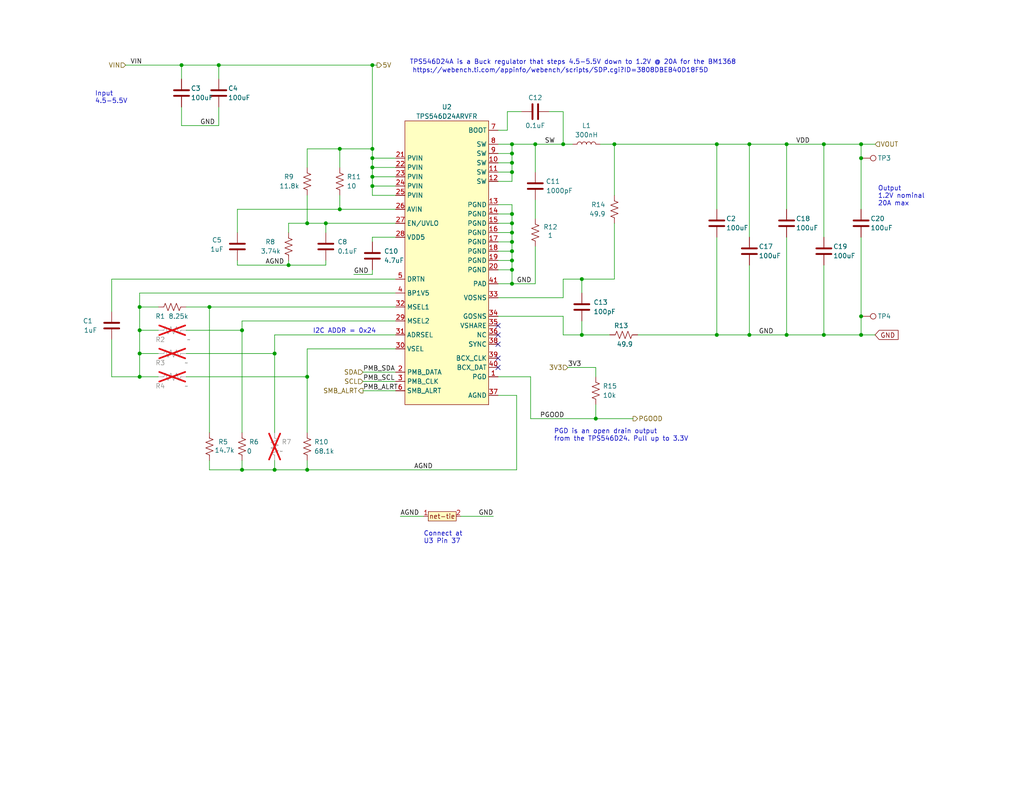
<source format=kicad_sch>
(kicad_sch (version 20231120) (generator "eeschema") (generator_version "8.0")
  (paper "A")
  (title_block (title "bitaxeGamma") (date "2024-09-26") (rev "602"))
  (lib_symbols
    (symbol "Connector:TestPoint" (pin_numbers hide) (pin_names (offset 0.762) hide)
      (property "Reference" "TP" (at 0 6.858 0))
      (property "Value" "TestPoint" (at 0 5.08 0))
      (symbol "TestPoint_0_1"
        (circle (center 0 3.302) (radius 0.762))
      )
      (symbol "TestPoint_1_1"
        (pin passive line (at 0 0 90) (length 2.54) (name "1") (number "1"))
      )
    )
    (symbol "Device:C" (pin_numbers hide) (pin_names (offset 0.254))
      (property "Reference" "C" (at 0.635 2.54 0))
      (property "Value" "C" (at 0.635 -2.54 0))
      (symbol "C_0_1"
        (polyline (pts (xy -2.032 -0.762) (xy 2.032 -0.762)) (stroke (width 0.508)))
        (polyline (pts (xy -2.032 0.762) (xy 2.032 0.762)) (stroke (width 0.508)))
      )
      (symbol "C_1_1"
        (pin passive line (at 0 3.81 270) (length 2.794) (name "~") (number "1"))
        (pin passive line (at 0 -3.81 90) (length 2.794) (name "~") (number "2"))
      )
    )
    (symbol "Device:L" (pin_numbers hide) (pin_names (offset 1.016) hide)
      (property "Reference" "L" (at -1.27 0 90))
      (property "Value" "L" (at 1.905 0 90))
      (symbol "L_0_1"
        (arc (start 0 -2.54) (mid 0.6323 -1.905) (end 0 -1.27))
        (arc (start 0 -1.27) (mid 0.6323 -0.635) (end 0 0))
        (arc (start 0 0) (mid 0.6323 0.635) (end 0 1.27))
        (arc (start 0 1.27) (mid 0.6323 1.905) (end 0 2.54))
      )
      (symbol "L_1_1"
        (pin passive line (at 0 3.81 270) (length 1.27) (name "1") (number "1"))
        (pin passive line (at 0 -3.81 90) (length 1.27) (name "2") (number "2"))
      )
    )
    (symbol "Device:R_US" (pin_numbers hide) (pin_names (offset 0))
      (property "Reference" "R" (at 2.54 0 90))
      (property "Value" "R_US" (at -2.54 0 90))
      (symbol "R_US_0_1"
        (polyline (pts (xy 0 -2.286) (xy 0 -2.54)))
        (polyline (pts (xy 0 2.286) (xy 0 2.54)))
        (polyline (pts (xy 0 -0.762) (xy 1.016 -1.143) (xy 0 -1.524) (xy -1.016 -1.905) (xy 0 -2.286)))
        (polyline (pts (xy 0 0.762) (xy 1.016 0.381) (xy 0 0) (xy -1.016 -0.381) (xy 0 -0.762)))
        (polyline (pts (xy 0 2.286) (xy 1.016 1.905) (xy 0 1.524) (xy -1.016 1.143) (xy 0 0.762)))
      )
      (symbol "R_US_1_1"
        (pin passive line (at 0 3.81 270) (length 1.27) (name "~") (number "1"))
        (pin passive line (at 0 -3.81 90) (length 1.27) (name "~") (number "2"))
      )
    )
    (symbol "bitaxe:TPS546D24"
      (property "Reference" "U10" (at 0 45.72 0))
      (property "Value" "TPS546D24ARVFR" (at 0 43.18 0))
      (symbol "TPS546D24_0_1"
        (rectangle (start -11.43 41.91) (end 11.43 -35.56) (stroke (width 0.1524)) (fill (type background)))
      )
      (symbol "TPS546D24_1_1"
        (pin input line (at 13.97 -27.94 180) (length 2.54) (name "PGD") (number "1"))
        (pin power_in line (at 13.97 30.48 180) (length 2.54) (name "SW") (number "10"))
        (pin output line (at 13.97 27.94 180) (length 2.54) (name "SW") (number "11"))
        (pin power_out line (at 13.97 25.4 180) (length 2.54) (name "SW") (number "12"))
        (pin output line (at 13.97 19.05 180) (length 2.54) (name "PGND") (number "13"))
        (pin output line (at 13.97 16.51 180) (length 2.54) (name "PGND") (number "14"))
        (pin input line (at 13.97 13.97 180) (length 2.54) (name "PGND") (number "15"))
        (pin input line (at 13.97 11.43 180) (length 2.54) (name "PGND") (number "16"))
        (pin power_in line (at 13.97 8.89 180) (length 2.54) (name "PGND") (number "17"))
        (pin input line (at 13.97 6.35 180) (length 2.54) (name "PGND") (number "18"))
        (pin input line (at 13.97 3.81 180) (length 2.54) (name "PGND") (number "19"))
        (pin input line (at -13.97 -26.67 0) (length 2.54) (name "PMB_DATA") (number "2"))
        (pin power_in line (at 13.97 1.27 180) (length 2.54) (name "PGND") (number "20"))
        (pin input line (at -13.97 31.75 0) (length 2.54) (name "PVIN") (number "21"))
        (pin input line (at -13.97 29.21 0) (length 2.54) (name "PVIN") (number "22"))
        (pin input line (at -13.97 26.67 0) (length 2.54) (name "PVIN") (number "23"))
        (pin input line (at -13.97 24.13 0) (length 2.54) (name "PVIN") (number "24"))
        (pin input line (at -13.97 21.59 0) (length 2.54) (name "PVIN") (number "25"))
        (pin input line (at -13.97 17.78 0) (length 2.54) (name "AVIN") (number "26"))
        (pin input line (at -13.97 13.97 0) (length 2.54) (name "EN/UVLO") (number "27"))
        (pin output line (at -13.97 10.16 0) (length 2.54) (name "VDD5") (number "28"))
        (pin input line (at -13.97 -12.7 0) (length 2.54) (name "MSEL2") (number "29"))
        (pin input line (at -13.97 -29.21 0) (length 2.54) (name "PMB_CLK") (number "3"))
        (pin input line (at -13.97 -20.32 0) (length 2.54) (name "VSEL") (number "30"))
        (pin input line (at -13.97 -16.51 0) (length 2.54) (name "ADRSEL") (number "31"))
        (pin input line (at -13.97 -8.89 0) (length 2.54) (name "MSEL1") (number "32"))
        (pin output line (at 13.97 -6.35 180) (length 2.54) (name "VOSNS") (number "33"))
        (pin output line (at 13.97 -11.43 180) (length 2.54) (name "GOSNS") (number "34"))
        (pin input line (at 13.97 -13.97 180) (length 2.54) (name "VSHARE") (number "35"))
        (pin input line (at 13.97 -16.51 180) (length 2.54) (name "NC") (number "36"))
        (pin power_in line (at 13.97 -33.02 180) (length 2.54) (name "AGND") (number "37"))
        (pin input line (at 13.97 -19.05 180) (length 2.54) (name "SYNC") (number "38"))
        (pin input line (at 13.97 -22.86 180) (length 2.54) (name "BCX_CLK") (number "39"))
        (pin input line (at -13.97 -5.08 0) (length 2.54) (name "BP1V5") (number "4"))
        (pin input line (at 13.97 -25.4 180) (length 2.54) (name "BCX_DAT") (number "40"))
        (pin power_in line (at 13.97 -2.54 180) (length 2.54) (name "PAD") (number "41"))
        (pin input line (at -13.97 -1.27 0) (length 2.54) (name "DRTN") (number "5"))
        (pin input line (at -13.97 -31.75 0) (length 2.54) (name "SMB_ALRT") (number "6"))
        (pin input line (at 13.97 39.37 180) (length 2.54) (name "BOOT") (number "7"))
        (pin output line (at 13.97 35.56 180) (length 2.54) (name "SW") (number "8"))
        (pin power_in line (at 13.97 33.02 180) (length 2.54) (name "SW") (number "9"))
      )
    )
    (symbol "bitaxe:net-tie"
      (symbol "net-tie_0_1"
        (rectangle (start -3.81 1.27) (end 3.81 -1.27) (stroke (width 0.1524)) (fill (type background)))
      )
      (symbol "net-tie_1_0"
        (pin bidirectional line (at -5.08 0 0) (length 1.27) (name "") (number "1"))
        (pin bidirectional line (at 5.08 0 180) (length 1.27) (name "") (number "2"))
      )
      (symbol "net-tie_1_1"
        (text "net-tie" (at 0 0 0) (effects (font (size 1.27 1.27))))
      )
    )
  )
  (junction (at 66.04 90.17))
  (junction (at 83.82 60.96))
  (junction (at 59.69 17.78))
  (junction (at 139.7 46.99))
  (junction (at 146.05 39.37))
  (junction (at 38.1 96.52))
  (junction (at 234.95 91.44))
  (junction (at 49.53 17.78))
  (junction (at 162.56 114.3))
  (junction (at 101.6 45.72))
  (junction (at 224.79 91.44))
  (junction (at 195.58 39.37))
  (junction (at 83.82 128.27))
  (junction (at 234.95 39.37))
  (junction (at 92.71 57.15))
  (junction (at 83.82 102.87))
  (junction (at 57.15 83.82))
  (junction (at 92.71 40.64))
  (junction (at 101.6 43.18))
  (junction (at 38.1 102.87))
  (junction (at 153.67 39.37))
  (junction (at 74.93 128.27))
  (junction (at 204.47 39.37))
  (junction (at 139.7 63.5))
  (junction (at 158.75 91.44))
  (junction (at 78.74 72.39))
  (junction (at 139.7 58.42))
  (junction (at 101.6 48.26))
  (junction (at 139.7 41.91))
  (junction (at 139.7 66.04))
  (junction (at 234.95 43.18))
  (junction (at 214.63 91.44))
  (junction (at 214.63 39.37))
  (junction (at 139.7 60.96))
  (junction (at 224.79 39.37))
  (junction (at 234.95 86.36))
  (junction (at 139.7 44.45))
  (junction (at 167.64 39.37))
  (junction (at 74.93 96.52))
  (junction (at 38.1 83.82))
  (junction (at 101.6 50.8))
  (junction (at 139.7 77.47))
  (junction (at 139.7 73.66))
  (junction (at 204.47 91.44))
  (junction (at 101.6 17.78))
  (junction (at 139.7 71.12))
  (junction (at 101.6 40.64))
  (junction (at 139.7 68.58))
  (junction (at 195.58 91.44))
  (junction (at 38.1 90.17))
  (junction (at 158.75 76.2))
  (junction (at 66.04 128.27))
  (junction (at 88.9 60.96))
  (junction (at 139.7 39.37))
  (no_connect (at 135.89 88.9))
  (no_connect (at 135.89 93.98))
  (no_connect (at 135.89 97.79))
  (no_connect (at 135.89 91.44))
  (no_connect (at 135.89 100.33))
  (wire (pts (xy 146.05 59.69) (xy 146.05 54.61)))
  (wire (pts (xy 139.7 41.91) (xy 139.7 39.37)))
  (wire (pts (xy 92.71 45.72) (xy 92.71 40.64)))
  (wire (pts (xy 139.7 73.66) (xy 139.7 77.47)))
  (wire (pts (xy 92.71 53.34) (xy 92.71 57.15)))
  (wire (pts (xy 195.58 39.37) (xy 195.58 57.15)))
  (wire (pts (xy 88.9 60.96) (xy 107.95 60.96)))
  (wire (pts (xy 101.6 43.18) (xy 107.95 43.18)))
  (wire (pts (xy 101.6 45.72) (xy 101.6 48.26)))
  (wire (pts (xy 224.79 72.39) (xy 224.79 91.44)))
  (wire (pts (xy 59.69 17.78) (xy 59.69 21.59)))
  (wire (pts (xy 101.6 40.64) (xy 101.6 43.18)))
  (wire (pts (xy 153.67 39.37) (xy 156.21 39.37)))
  (wire (pts (xy 146.05 46.99) (xy 146.05 39.37)))
  (wire (pts (xy 101.6 66.04) (xy 101.6 64.77)))
  (wire (pts (xy 83.82 60.96) (xy 78.74 60.96)))
  (wire (pts (xy 66.04 87.63) (xy 66.04 90.17)))
  (wire (pts (xy 83.82 40.64) (xy 92.71 40.64)))
  (wire (pts (xy 139.7 58.42) (xy 139.7 60.96)))
  (wire (pts (xy 66.04 128.27) (xy 74.93 128.27)))
  (wire (pts (xy 162.56 114.3) (xy 172.72 114.3)))
  (wire (pts (xy 78.74 71.12) (xy 78.74 72.39)))
  (wire (pts (xy 96.52 74.93) (xy 101.6 74.93)))
  (wire (pts (xy 49.53 34.29) (xy 59.69 34.29)))
  (wire (pts (xy 135.89 102.87) (xy 144.78 102.87)))
  (wire (pts (xy 38.1 90.17) (xy 43.18 90.17)))
  (wire (pts (xy 135.89 58.42) (xy 139.7 58.42)))
  (wire (pts (xy 195.58 91.44) (xy 204.47 91.44)))
  (wire (pts (xy 83.82 102.87) (xy 83.82 118.11)))
  (wire (pts (xy 234.95 43.18) (xy 234.95 57.15)))
  (wire (pts (xy 64.77 72.39) (xy 78.74 72.39)))
  (wire (pts (xy 88.9 71.12) (xy 88.9 72.39)))
  (wire (pts (xy 139.7 49.53) (xy 139.7 46.99)))
  (wire (pts (xy 101.6 50.8) (xy 101.6 53.34)))
  (wire (pts (xy 204.47 91.44) (xy 214.63 91.44)))
  (wire (pts (xy 135.89 107.95) (xy 140.97 107.95)))
  (wire (pts (xy 34.29 17.78) (xy 49.53 17.78)))
  (wire (pts (xy 214.63 91.44) (xy 224.79 91.44)))
  (wire (pts (xy 64.77 63.5) (xy 64.77 57.15)))
  (wire (pts (xy 38.1 90.17) (xy 38.1 96.52)))
  (wire (pts (xy 214.63 57.15) (xy 214.63 39.37)))
  (wire (pts (xy 49.53 17.78) (xy 49.53 21.59)))
  (wire (pts (xy 204.47 72.39) (xy 204.47 91.44)))
  (wire (pts (xy 153.67 30.48) (xy 153.67 39.37)))
  (wire (pts (xy 83.82 60.96) (xy 88.9 60.96)))
  (wire (pts (xy 38.1 102.87) (xy 43.18 102.87)))
  (wire (pts (xy 139.7 44.45) (xy 139.7 41.91)))
  (wire (pts (xy 83.82 125.73) (xy 83.82 128.27)))
  (wire (pts (xy 204.47 39.37) (xy 204.47 64.77)))
  (wire (pts (xy 167.64 60.96) (xy 167.64 76.2)))
  (wire (pts (xy 83.82 45.72) (xy 83.82 40.64)))
  (wire (pts (xy 38.1 96.52) (xy 38.1 102.87)))
  (wire (pts (xy 83.82 95.25) (xy 83.82 102.87)))
  (wire (pts (xy 101.6 43.18) (xy 101.6 45.72)))
  (wire (pts (xy 135.89 81.28) (xy 153.67 81.28)))
  (wire (pts (xy 144.78 114.3) (xy 162.56 114.3)))
  (wire (pts (xy 158.75 76.2) (xy 167.64 76.2)))
  (wire (pts (xy 139.7 71.12) (xy 139.7 73.66)))
  (wire (pts (xy 38.1 96.52) (xy 43.18 96.52)))
  (wire (pts (xy 135.89 46.99) (xy 139.7 46.99)))
  (wire (pts (xy 50.8 83.82) (xy 57.15 83.82)))
  (wire (pts (xy 144.78 102.87) (xy 144.78 114.3)))
  (wire (pts (xy 99.06 101.6) (xy 107.95 101.6)))
  (wire (pts (xy 59.69 17.78) (xy 101.6 17.78)))
  (wire (pts (xy 158.75 91.44) (xy 166.37 91.44)))
  (wire (pts (xy 101.6 48.26) (xy 101.6 50.8)))
  (wire (pts (xy 83.82 53.34) (xy 83.82 60.96)))
  (wire (pts (xy 139.7 63.5) (xy 139.7 66.04)))
  (wire (pts (xy 162.56 110.49) (xy 162.56 114.3)))
  (wire (pts (xy 88.9 63.5) (xy 88.9 60.96)))
  (wire (pts (xy 158.75 87.63) (xy 158.75 91.44)))
  (wire (pts (xy 50.8 96.52) (xy 74.93 96.52)))
  (wire (pts (xy 139.7 55.88) (xy 139.7 58.42)))
  (wire (pts (xy 78.74 60.96) (xy 78.74 63.5)))
  (wire (pts (xy 139.7 73.66) (xy 135.89 73.66)))
  (wire (pts (xy 224.79 91.44) (xy 234.95 91.44)))
  (wire (pts (xy 101.6 45.72) (xy 107.95 45.72)))
  (wire (pts (xy 135.89 86.36) (xy 153.67 86.36)))
  (wire (pts (xy 101.6 50.8) (xy 107.95 50.8)))
  (wire (pts (xy 107.95 80.01) (xy 38.1 80.01)))
  (wire (pts (xy 139.7 39.37) (xy 146.05 39.37)))
  (wire (pts (xy 66.04 125.73) (xy 66.04 128.27)))
  (wire (pts (xy 214.63 64.77) (xy 214.63 91.44)))
  (wire (pts (xy 83.82 128.27) (xy 140.97 128.27)))
  (wire (pts (xy 139.7 39.37) (xy 135.89 39.37)))
  (wire (pts (xy 99.06 104.14) (xy 107.95 104.14)))
  (wire (pts (xy 158.75 76.2) (xy 158.75 80.01)))
  (wire (pts (xy 135.89 66.04) (xy 139.7 66.04)))
  (wire (pts (xy 101.6 73.66) (xy 101.6 74.93)))
  (wire (pts (xy 101.6 48.26) (xy 107.95 48.26)))
  (wire (pts (xy 234.95 64.77) (xy 234.95 86.36)))
  (wire (pts (xy 57.15 128.27) (xy 66.04 128.27)))
  (wire (pts (xy 234.95 91.44) (xy 238.76 91.44)))
  (wire (pts (xy 57.15 125.73) (xy 57.15 128.27)))
  (wire (pts (xy 234.95 39.37) (xy 234.95 43.18)))
  (wire (pts (xy 101.6 17.78) (xy 101.6 40.64)))
  (wire (pts (xy 30.48 76.2) (xy 107.95 76.2)))
  (wire (pts (xy 135.89 71.12) (xy 139.7 71.12)))
  (wire (pts (xy 38.1 83.82) (xy 43.18 83.82)))
  (wire (pts (xy 135.89 68.58) (xy 139.7 68.58)))
  (wire (pts (xy 139.7 68.58) (xy 139.7 71.12)))
  (wire (pts (xy 163.83 39.37) (xy 167.64 39.37)))
  (wire (pts (xy 195.58 39.37) (xy 204.47 39.37)))
  (wire (pts (xy 153.67 91.44) (xy 158.75 91.44)))
  (wire (pts (xy 234.95 86.36) (xy 234.95 91.44)))
  (wire (pts (xy 139.7 46.99) (xy 139.7 44.45)))
  (wire (pts (xy 64.77 57.15) (xy 92.71 57.15)))
  (wire (pts (xy 50.8 102.87) (xy 83.82 102.87)))
  (wire (pts (xy 149.86 30.48) (xy 153.67 30.48)))
  (wire (pts (xy 49.53 29.21) (xy 49.53 34.29)))
  (wire (pts (xy 214.63 39.37) (xy 224.79 39.37)))
  (wire (pts (xy 125.73 140.97) (xy 134.62 140.97)))
  (wire (pts (xy 138.43 35.56) (xy 138.43 30.48)))
  (wire (pts (xy 101.6 64.77) (xy 107.95 64.77)))
  (wire (pts (xy 101.6 17.78) (xy 102.87 17.78)))
  (wire (pts (xy 30.48 92.71) (xy 30.48 102.87)))
  (wire (pts (xy 153.67 81.28) (xy 153.67 76.2)))
  (wire (pts (xy 204.47 39.37) (xy 214.63 39.37)))
  (wire (pts (xy 146.05 77.47) (xy 139.7 77.47)))
  (wire (pts (xy 153.67 86.36) (xy 153.67 91.44)))
  (wire (pts (xy 173.99 91.44) (xy 195.58 91.44)))
  (wire (pts (xy 138.43 30.48) (xy 142.24 30.48)))
  (wire (pts (xy 74.93 91.44) (xy 74.93 96.52)))
  (wire (pts (xy 146.05 67.31) (xy 146.05 77.47)))
  (wire (pts (xy 146.05 39.37) (xy 153.67 39.37)))
  (wire (pts (xy 57.15 83.82) (xy 107.95 83.82)))
  (wire (pts (xy 135.89 63.5) (xy 139.7 63.5)))
  (wire (pts (xy 167.64 39.37) (xy 195.58 39.37)))
  (wire (pts (xy 234.95 39.37) (xy 238.76 39.37)))
  (wire (pts (xy 38.1 83.82) (xy 38.1 90.17)))
  (wire (pts (xy 92.71 40.64) (xy 101.6 40.64)))
  (wire (pts (xy 135.89 44.45) (xy 139.7 44.45)))
  (wire (pts (xy 167.64 39.37) (xy 167.64 53.34)))
  (wire (pts (xy 135.89 60.96) (xy 139.7 60.96)))
  (wire (pts (xy 195.58 64.77) (xy 195.58 91.44)))
  (wire (pts (xy 135.89 35.56) (xy 138.43 35.56)))
  (wire (pts (xy 162.56 102.87) (xy 162.56 100.33)))
  (wire (pts (xy 30.48 85.09) (xy 30.48 76.2)))
  (wire (pts (xy 38.1 80.01) (xy 38.1 83.82)))
  (wire (pts (xy 66.04 90.17) (xy 66.04 118.11)))
  (wire (pts (xy 74.93 91.44) (xy 107.95 91.44)))
  (wire (pts (xy 59.69 29.21) (xy 59.69 34.29)))
  (wire (pts (xy 49.53 17.78) (xy 59.69 17.78)))
  (wire (pts (xy 135.89 41.91) (xy 139.7 41.91)))
  (wire (pts (xy 154.94 100.33) (xy 162.56 100.33)))
  (wire (pts (xy 66.04 87.63) (xy 107.95 87.63)))
  (wire (pts (xy 92.71 57.15) (xy 107.95 57.15)))
  (wire (pts (xy 107.95 53.34) (xy 101.6 53.34)))
  (wire (pts (xy 74.93 128.27) (xy 83.82 128.27)))
  (wire (pts (xy 140.97 107.95) (xy 140.97 128.27)))
  (wire (pts (xy 139.7 60.96) (xy 139.7 63.5)))
  (wire (pts (xy 83.82 95.25) (xy 107.95 95.25)))
  (wire (pts (xy 57.15 83.82) (xy 57.15 118.11)))
  (wire (pts (xy 74.93 96.52) (xy 74.93 118.11)))
  (wire (pts (xy 78.74 72.39) (xy 88.9 72.39)))
  (wire (pts (xy 30.48 102.87) (xy 38.1 102.87)))
  (wire (pts (xy 135.89 55.88) (xy 139.7 55.88)))
  (wire (pts (xy 64.77 71.12) (xy 64.77 72.39)))
  (wire (pts (xy 224.79 39.37) (xy 234.95 39.37)))
  (wire (pts (xy 109.22 140.97) (xy 115.57 140.97)))
  (wire (pts (xy 139.7 66.04) (xy 139.7 68.58)))
  (wire (pts (xy 74.93 125.73) (xy 74.93 128.27)))
  (wire (pts (xy 224.79 39.37) (xy 224.79 64.77)))
  (wire (pts (xy 153.67 76.2) (xy 158.75 76.2)))
  (wire (pts (xy 135.89 49.53) (xy 139.7 49.53)))
  (wire (pts (xy 99.06 106.68) (xy 107.95 106.68)))
  (wire (pts (xy 50.8 90.17) (xy 66.04 90.17)))
  (wire (pts (xy 135.89 77.47) (xy 139.7 77.47)))
  (text "TPS546D24A is a Buck regulator that steps 4.5-5.5V down to 1.2V @ 20A for the BM1368" (at 111.76 17.78 0) (effects (font (size 1.27 1.27)) (justify left bottom)))
  (text "https://webench.ti.com/appinfo/webench/scripts/SDP.cgi?ID=3808DBEB40D18F5D" (at 152.908 19.304 0) (effects (font (size 1.27 1.27))))
  (text "Input \n4.5-5.5V" (at 25.908 28.448 0) (effects (font (size 1.27 1.27)) (justify left bottom)))
  (text "PGD is an open drain output\nfrom the TPS546D24. Pull up to 3.3V" (at 151.13 120.65 0) (effects (font (size 1.27 1.27)) (justify left bottom)))
  (text "I2C ADDR = 0x24" (at 85.344 91.186 0) (effects (font (size 1.27 1.27)) (justify left bottom)))
  (text "Output \n1.2V nominal\n20A max" (at 239.522 56.388 0) (effects (font (size 1.27 1.27)) (justify left bottom)))
  (text "Connect at\nU3 Pin 37" (at 115.57 148.59 0) (effects (font (size 1.27 1.27)) (justify left bottom)))
  (label "GND" (at 134.62 140.97 180))
  (label "PMB_SDA" (at 99.06 101.6 0))
  (label "GND" (at 96.52 74.93 0))
  (label "SW" (at 148.59 39.37 0))
  (label "GND" (at 140.97 77.47 0))
  (label "PMB_SCL" (at 99.06 104.14 0))
  (label "AGND" (at 118.11 128.27 180))
  (label "AGND" (at 72.39 72.39 0))
  (label "GND" (at 207.01 91.44 0))
  (label "PMB_ALRT" (at 99.06 106.68 0))
  (label "PGOOD" (at 147.32 114.3 0))
  (label "GND" (at 54.61 34.29 0))
  (label "AGND" (at 109.22 140.97 0))
  (label "VIN" (at 35.56 17.78 0))
  (label "VDD" (at 217.17 39.37 0))
  (label "3V3" (at 154.94 100.33 0))
  (global_label "GND" (shape input) (at 238.76 91.44 0) (property "Intersheetrefs" "${INTERSHEET_REFS}" (effects (hide yes))))
  (hierarchical_label "VOUT" (shape input) (at 238.76 39.37 0))
  (hierarchical_label "SMB_ALRT" (shape output) (at 99.06 106.68 180))
  (hierarchical_label "3V3" (shape input) (at 154.94 100.33 180))
  (hierarchical_label "SCL" (shape input) (at 99.06 104.14 180))
  (hierarchical_label "PGOOD" (shape output) (at 172.72 114.3 0))
  (hierarchical_label "SDA" (shape input) (at 99.06 101.6 180))
  (hierarchical_label "5V" (shape output) (at 102.87 17.78 0))
  (hierarchical_label "VIN" (shape input) (at 34.29 17.78 180))
  (symbol (lib_id "Device:R_US") (at 167.64 57.15 0) (unit 1)
    (property "Reference" "R14" (at 161.29 55.88 0) (effects (justify left)))
    (property "Value" "49.9" (at 160.782 58.42 0) (effects (justify left)))
    (property "Footprint" "Resistor_SMD:R_0402_1005Metric" (effects (hide yes)))
    (property "DK" "311-49.9LRCT-ND" (effects (hide yes)))
    (property "PARTNO" "RC0402FR-0749R9L" (effects (hide yes)))
  )
  (symbol (lib_id "Device:C") (at 101.6 69.85 0) (unit 1)
    (property "Reference" "C10" (at 104.775 68.58 0) (effects (justify left)))
    (property "Value" "4.7uF" (at 104.775 71.12 0) (effects (justify left)))
    (property "Footprint" "Capacitor_SMD:C_0402_1005Metric" (effects (hide yes)))
    (property "DK" "490-14306-1-ND" (effects (hide yes)))
    (property "PARTNO" "GRM155R61A475MEAAD" (effects (hide yes)))
  )
  (symbol (lib_id "Connector:TestPoint") (at 234.95 86.36 270) (mirror x) (unit 1) (in_bom no)
    (property "Reference" "TP4" (at 241.3 86.36 90))
    (property "Value" "TestPoint" (effects (hide yes)))
    (property "Footprint" "TestPoint:TestPoint_Pad_D1.5mm" (effects (hide yes)))
  )
  (symbol (lib_id "Device:C") (at 30.48 88.9 0) (unit 1)
    (property "Reference" "C1" (at 22.606 87.63 0) (effects (justify left)))
    (property "Value" "1uF" (at 22.86 90.17 0) (effects (justify left)))
    (property "Footprint" "Capacitor_SMD:C_0402_1005Metric" (effects (hide yes)))
    (property "DK" "587-5514-1-ND" (effects (hide yes)))
    (property "PARTNO" "EMK105BJ105MV-F" (effects (hide yes)))
  )
  (symbol (lib_id "Device:R_US") (at 78.74 67.31 0) (unit 1)
    (property "Reference" "R8" (at 72.39 66.04 0) (effects (justify left)))
    (property "Value" "3.74k" (at 71.12 68.58 0) (effects (justify left)))
    (property "Footprint" "Resistor_SMD:R_0402_1005Metric" (effects (hide yes)))
    (property "DK" "311-3.74KLRCT-ND" (effects (hide yes)))
    (property "PARTNO" "RC0402FR-073K74L" (effects (hide yes)))
  )
  (symbol (lib_id "Device:R_US") (at 83.82 121.92 0) (unit 1)
    (property "Reference" "R10" (at 85.725 120.65 0) (effects (justify left)))
    (property "Value" "68.1k" (at 85.725 123.19 0) (effects (justify left)))
    (property "Footprint" "Resistor_SMD:R_0402_1005Metric" (effects (hide yes)))
    (property "DK" "YAG3213CT-ND" (effects (hide yes)))
    (property "PARTNO" "RC0402FR-0768K1L" (effects (hide yes)))
  )
  (symbol (lib_id "Device:C") (at 158.75 83.82 0) (unit 1)
    (property "Reference" "C13" (at 161.925 82.55 0) (effects (justify left)))
    (property "Value" "100pF" (at 161.925 85.09 0) (effects (justify left)))
    (property "Footprint" "Capacitor_SMD:C_0402_1005Metric" (effects (hide yes)))
    (property "DK" "732-7431-1-ND" (effects (hide yes)))
    (property "PARTNO" "885012005013" (effects (hide yes)))
  )
  (symbol (lib_id "Device:L") (at 160.02 39.37 90) (unit 1)
    (property "Reference" "L1" (at 160.02 34.29 90))
    (property "Value" "300nH" (at 160.02 36.83 90))
    (property "Footprint" "Inductor_SMD:L_Sunlord_MWSA1003S" (effects (hide yes)))
    (property "Datasheet" "https://products.sumida.com/products/pdf/104CDMCCDS.pdf" (effects (hide yes)))
    (property "Description" "Inductor" (effects (hide yes)))
    (property "PARTNO" "104CDMCCDS-R30MC" (effects (hide yes)))
  )
  (symbol (lib_id "Connector:TestPoint") (at 234.95 43.18 270) (mirror x) (unit 1) (in_bom no)
    (property "Reference" "TP3" (at 241.3 43.18 90))
    (property "Value" "TestPoint" (effects (hide yes)))
    (property "Footprint" "TestPoint:TestPoint_Pad_D1.5mm" (effects (hide yes)))
  )
  (symbol (lib_id "Device:C") (at 224.79 68.58 0) (unit 1)
    (property "Reference" "C19" (at 227.33 67.31 0) (effects (justify left)))
    (property "Value" "100uF" (at 227.33 69.85 0) (effects (justify left)))
    (property "Footprint" "Capacitor_SMD:C_1206_3216Metric" (effects (hide yes)))
    (property "DK" "1276-1782-1-ND" (effects (hide yes)))
    (property "PARTNO" "CL31A107MQHNNNE" (effects (hide yes)))
  )
  (symbol (lib_id "Device:C") (at 214.63 60.96 0) (unit 1)
    (property "Reference" "C18" (at 217.17 59.69 0) (effects (justify left)))
    (property "Value" "100uF" (at 217.17 62.23 0) (effects (justify left)))
    (property "Footprint" "Capacitor_SMD:C_1206_3216Metric" (effects (hide yes)))
    (property "DK" "1276-1782-1-ND" (effects (hide yes)))
    (property "PARTNO" "CL31A107MQHNNNE" (effects (hide yes)))
  )
  (symbol (lib_id "bitaxe:TPS546D24") (at 121.92 74.93 0) (unit 1)
    (property "Reference" "U2" (at 121.92 29.21 0))
    (property "Value" "TPS546D24ARVFR" (at 121.92 31.75 0))
    (property "Footprint" "bitaxe:LQFN40-CLIP" (effects (hide yes)))
    (property "Datasheet" "https://www.ti.com/lit/ds/symlink/tps546d24a.pdf" (effects (hide yes)))
    (property "DK" "296-TPS546D24ARVFRCT-ND" (effects (hide yes)))
    (property "PARTNO" "TPS546D24ARVFR" (effects (hide yes)))
  )
  (symbol (lib_id "Device:C") (at 146.05 50.8 180) (unit 1)
    (property "Reference" "C11" (at 150.876 49.53 0))
    (property "Value" "1000pF" (at 152.654 52.07 0))
    (property "Footprint" "Capacitor_SMD:C_0805_2012Metric" (effects (hide yes)))
    (property "DK" "311-1127-1-ND" (effects (hide yes)))
    (property "PARTNO" "CC0805KRX7R9BB102" (effects (hide yes)))
  )
  (symbol (lib_id "Device:C") (at 59.69 25.4 0) (unit 1)
    (property "Reference" "C4" (at 62.23 24.13 0) (effects (justify left)))
    (property "Value" "100uF" (at 62.23 26.67 0) (effects (justify left)))
    (property "Footprint" "Capacitor_SMD:C_1206_3216Metric" (effects (hide yes)))
    (property "DK" "1276-1782-1-ND" (effects (hide yes)))
    (property "PARTNO" "CL31A107MQHNNNE" (effects (hide yes)))
  )
  (symbol (lib_id "Device:R_US") (at 57.15 121.92 180) (unit 1)
    (property "Reference" "R5" (at 62.23 120.65 0) (effects (justify left)))
    (property "Value" "14.7k" (at 64.008 122.936 0) (effects (justify left)))
    (property "Footprint" "Resistor_SMD:R_0402_1005Metric" (effects (hide yes)))
    (property "DK" "YAG2984CT-ND" (effects (hide yes)))
    (property "PARTNO" "RC0402FR-0714K7L" (effects (hide yes)))
  )
  (symbol (lib_id "Device:C") (at 49.53 25.4 0) (unit 1)
    (property "Reference" "C3" (at 52.07 24.13 0) (effects (justify left)))
    (property "Value" "100uF" (at 52.07 26.67 0) (effects (justify left)))
    (property "Footprint" "Capacitor_SMD:C_1206_3216Metric" (effects (hide yes)))
    (property "DK" "1276-1782-1-ND" (effects (hide yes)))
    (property "PARTNO" "CL31A107MQHNNNE" (effects (hide yes)))
  )
  (symbol (lib_id "Device:R_US") (at 66.04 121.92 0) (unit 1)
    (property "Reference" "R6" (at 67.945 120.65 0) (effects (justify left)))
    (property "Value" "0" (at 67.31 123.19 0) (effects (justify left)))
    (property "Footprint" "Resistor_SMD:R_0402_1005Metric" (effects (hide yes)))
    (property "DK" "311-0.0JRCT-ND" (effects (hide yes)))
    (property "PARTNO" "RC0402JR-070RL" (effects (hide yes)))
  )
  (symbol (lib_id "Device:R_US") (at 46.99 96.52 90) (unit 1) (in_bom no) (on_board no) (dnp yes)
    (property "Reference" "R3" (at 45.085 99.06 90) (effects (justify left)))
    (property "Value" "~" (at 51.435 99.06 90) (effects (justify left)))
    (property "Footprint" "Resistor_SMD:R_0402_1005Metric" (effects (hide yes)))
  )
  (symbol (lib_id "Device:C") (at 234.95 60.96 0) (unit 1)
    (property "Reference" "C20" (at 237.49 59.69 0) (effects (justify left)))
    (property "Value" "100uF" (at 237.49 62.23 0) (effects (justify left)))
    (property "Footprint" "Capacitor_SMD:C_1206_3216Metric" (effects (hide yes)))
    (property "DK" "1276-1782-1-ND" (effects (hide yes)))
    (property "PARTNO" "CL31A107MQHNNNE" (effects (hide yes)))
  )
  (symbol (lib_id "Device:R_US") (at 46.99 83.82 90) (unit 1)
    (property "Reference" "R1" (at 45.085 86.36 90) (effects (justify left)))
    (property "Value" "8.25k" (at 51.435 86.36 90) (effects (justify left)))
    (property "Footprint" "Resistor_SMD:R_0402_1005Metric" (effects (hide yes)))
    (property "DK" "311-8.25KLRCT-ND" (effects (hide yes)))
    (property "PARTNO" "RC0402FR-078K25L" (effects (hide yes)))
  )
  (symbol (lib_id "bitaxe:net-tie") (at 120.65 140.97 0) (unit 1) (in_bom no)
    (property "Reference" "T1" (effects (hide yes)))
    (property "Value" "net-tie" (effects (hide yes)))
    (property "Footprint" "bitaxe:NetTie-0.25mm" (effects (hide yes)))
    (property "DK" "P16200CT-ND" (effects (hide yes)))
    (property "PARTNO" "2R5TPE220MAFB" (effects (hide yes)))
  )
  (symbol (lib_id "Device:C") (at 146.05 30.48 90) (unit 1)
    (property "Reference" "C12" (at 146.05 26.67 90))
    (property "Value" "0.1uF" (at 146.05 34.29 90))
    (property "Footprint" "Capacitor_SMD:C_0402_1005Metric" (effects (hide yes)))
    (property "DK" "1276-1234-1-ND" (effects (hide yes)))
    (property "PARTNO" "CL05A104KO5NNNC" (effects (hide yes)))
  )
  (symbol (lib_id "Device:R_US") (at 92.71 49.53 0) (unit 1)
    (property "Reference" "R11" (at 94.615 48.26 0) (effects (justify left)))
    (property "Value" "10" (at 94.615 50.8 0) (effects (justify left)))
    (property "Footprint" "Resistor_SMD:R_0402_1005Metric" (effects (hide yes)))
    (property "DK" "311-10.0LRCT-ND" (effects (hide yes)))
    (property "PARTNO" "RC0402FR-0710RL" (effects (hide yes)))
  )
  (symbol (lib_id "Device:R_US") (at 162.56 106.68 180) (unit 1)
    (property "Reference" "R15" (at 164.465 105.41 0) (effects (justify right)))
    (property "Value" "10k" (at 164.465 107.95 0) (effects (justify right)))
    (property "Footprint" "Resistor_SMD:R_0402_1005Metric" (effects (hide yes)))
    (property "DK" "311-10KJRCT-ND" (effects (hide yes)))
    (property "PARTNO" "RC0402JR-0710KL" (effects (hide yes)))
  )
  (symbol (lib_id "Device:C") (at 64.77 67.31 180) (unit 1)
    (property "Reference" "C5" (at 59.182 65.532 0))
    (property "Value" "1uF" (at 59.182 68.072 0))
    (property "Footprint" "Capacitor_SMD:C_0402_1005Metric" (effects (hide yes)))
    (property "DK" "587-5514-1-ND" (effects (hide yes)))
    (property "PARTNO" "EMK105BJ105MV-F" (effects (hide yes)))
  )
  (symbol (lib_id "Device:C") (at 88.9 67.31 0) (unit 1)
    (property "Reference" "C8" (at 92.075 66.04 0) (effects (justify left)))
    (property "Value" "0.1uF" (at 92.075 68.58 0) (effects (justify left)))
    (property "Footprint" "Capacitor_SMD:C_0402_1005Metric" (effects (hide yes)))
    (property "DK" "1276-1234-1-ND" (effects (hide yes)))
    (property "PARTNO" "CL05A104KO5NNNC" (effects (hide yes)))
  )
  (symbol (lib_id "Device:R_US") (at 46.99 90.17 90) (unit 1) (in_bom no) (on_board no) (dnp yes)
    (property "Reference" "R2" (at 45.085 92.71 90) (effects (justify left)))
    (property "Value" "~" (at 52.07 92.71 90) (effects (justify left)))
    (property "Footprint" "Resistor_SMD:R_0402_1005Metric" (effects (hide yes)))
  )
  (symbol (lib_id "Device:C") (at 195.58 60.96 0) (unit 1)
    (property "Reference" "C2" (at 198.12 59.69 0) (effects (justify left)))
    (property "Value" "100uF" (at 198.12 62.23 0) (effects (justify left)))
    (property "Footprint" "Capacitor_SMD:C_1206_3216Metric" (effects (hide yes)))
    (property "DK" "1276-1782-1-ND" (effects (hide yes)))
    (property "PARTNO" "CL31A107MQHNNNE" (effects (hide yes)))
  )
  (symbol (lib_id "Device:R_US") (at 74.93 121.92 0) (unit 1) (in_bom no) (on_board no) (dnp yes)
    (property "Reference" "R7" (at 76.835 120.65 0) (effects (justify left)))
    (property "Value" "~" (at 76.2 123.19 0) (effects (justify left)))
    (property "Footprint" "Resistor_SMD:R_0402_1005Metric" (effects (hide yes)))
  )
  (symbol (lib_id "Device:C") (at 204.47 68.58 0) (unit 1)
    (property "Reference" "C17" (at 207.01 67.31 0) (effects (justify left)))
    (property "Value" "100uF" (at 207.01 69.85 0) (effects (justify left)))
    (property "Footprint" "Capacitor_SMD:C_1206_3216Metric" (effects (hide yes)))
    (property "DK" "1276-1782-1-ND" (effects (hide yes)))
    (property "PARTNO" "CL31A107MQHNNNE" (effects (hide yes)))
  )
  (symbol (lib_id "Device:R_US") (at 146.05 63.5 180) (unit 1)
    (property "Reference" "R12" (at 152.146 61.976 0) (effects (justify left)))
    (property "Value" "1" (at 150.876 64.262 0) (effects (justify left)))
    (property "Footprint" "Resistor_SMD:R_1206_3216Metric" (effects (hide yes)))
    (property "DK" "CSR1206FT1R00CT-ND" (effects (hide yes)))
    (property "PARTNO" "CSR1206FT1R00" (effects (hide yes)))
  )
  (symbol (lib_id "Device:R_US") (at 170.18 91.44 90) (unit 1)
    (property "Reference" "R13" (at 171.45 88.9 90) (effects (justify left)))
    (property "Value" "49.9" (at 172.72 93.98 90) (effects (justify left)))
    (property "Footprint" "Resistor_SMD:R_0402_1005Metric" (effects (hide yes)))
    (property "DK" "311-49.9LRCT-ND" (effects (hide yes)))
    (property "PARTNO" "RC0402FR-0749R9L" (effects (hide yes)))
  )
  (symbol (lib_id "Device:R_US") (at 46.99 102.87 90) (unit 1) (in_bom no) (on_board no) (dnp yes)
    (property "Reference" "R4" (at 45.085 105.41 90) (effects (justify left)))
    (property "Value" "~" (at 51.435 105.41 90) (effects (justify left)))
    (property "Footprint" "Resistor_SMD:R_0402_1005Metric" (effects (hide yes)))
  )
  (symbol (lib_id "Device:R_US") (at 83.82 49.53 0) (unit 1)
    (property "Reference" "R9" (at 77.47 48.26 0) (effects (justify left)))
    (property "Value" "11.8k" (at 76.2 50.8 0) (effects (justify left)))
    (property "Footprint" "Resistor_SMD:R_0402_1005Metric" (effects (hide yes)))
    (property "DK" "YAG2958CT-ND" (effects (hide yes)))
    (property "PARTNO" "RC0402FR-0711K8L" (effects (hide yes)))
  )
)
</source>
